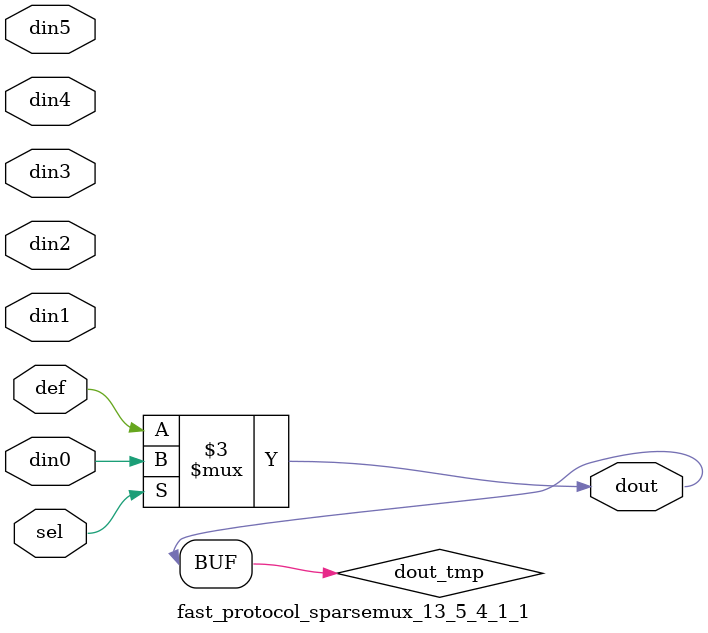
<source format=v>
`timescale 1ns / 1ps

module fast_protocol_sparsemux_13_5_4_1_1 (din0,din1,din2,din3,din4,din5,def,sel,dout);

parameter din0_WIDTH = 1;

parameter din1_WIDTH = 1;

parameter din2_WIDTH = 1;

parameter din3_WIDTH = 1;

parameter din4_WIDTH = 1;

parameter din5_WIDTH = 1;

parameter def_WIDTH = 1;
parameter sel_WIDTH = 1;
parameter dout_WIDTH = 1;

parameter [sel_WIDTH-1:0] CASE0 = 1;

parameter [sel_WIDTH-1:0] CASE1 = 1;

parameter [sel_WIDTH-1:0] CASE2 = 1;

parameter [sel_WIDTH-1:0] CASE3 = 1;

parameter [sel_WIDTH-1:0] CASE4 = 1;

parameter [sel_WIDTH-1:0] CASE5 = 1;

parameter ID = 1;
parameter NUM_STAGE = 1;



input [din0_WIDTH-1:0] din0;

input [din1_WIDTH-1:0] din1;

input [din2_WIDTH-1:0] din2;

input [din3_WIDTH-1:0] din3;

input [din4_WIDTH-1:0] din4;

input [din5_WIDTH-1:0] din5;

input [def_WIDTH-1:0] def;
input [sel_WIDTH-1:0] sel;

output [dout_WIDTH-1:0] dout;



reg [dout_WIDTH-1:0] dout_tmp;


always @ (*) begin
(* parallel_case *) case (sel)
    
    CASE0 : dout_tmp = din0;
    
    CASE1 : dout_tmp = din1;
    
    CASE2 : dout_tmp = din2;
    
    CASE3 : dout_tmp = din3;
    
    CASE4 : dout_tmp = din4;
    
    CASE5 : dout_tmp = din5;
    
    default : dout_tmp = def;
endcase
end


assign dout = dout_tmp;



endmodule

</source>
